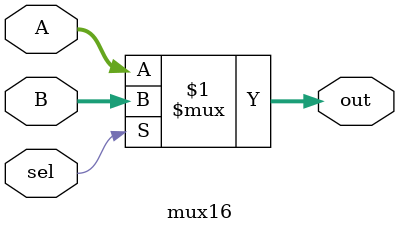
<source format=v>
module mux16(
    input[15:0] A,
    input[15:0] B,
    input sel,
    output[15:0] out
);
    
    assign out = sel ? B : A;

endmodule
</source>
